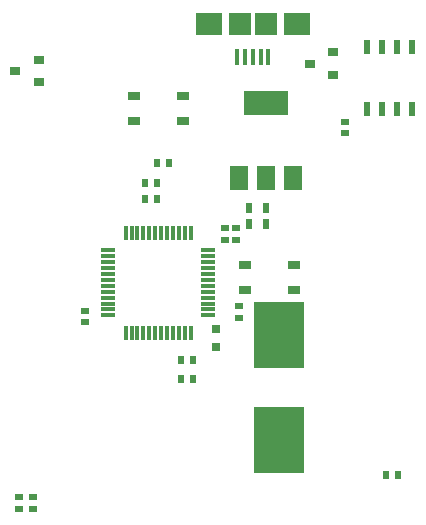
<source format=gtp>
G04 (created by PCBNEW (25-Oct-2014 BZR 4029)-stable) date Sun 04 Oct 2015 01:48:44 PM EDT*
%MOIN*%
G04 Gerber Fmt 3.4, Leading zero omitted, Abs format*
%FSLAX34Y34*%
G01*
G70*
G90*
G04 APERTURE LIST*
%ADD10C,0.00590551*%
%ADD11R,0.023622X0.0511811*%
%ADD12R,0.011811X0.0472441*%
%ADD13R,0.0472441X0.011811*%
%ADD14R,0.0413386X0.0255906*%
%ADD15R,0.0590551X0.0787402*%
%ADD16R,0.149606X0.0787402*%
%ADD17R,0.0748031X0.0748031*%
%ADD18R,0.0905512X0.0748031*%
%ADD19R,0.015748X0.0551181*%
%ADD20R,0.0354331X0.0314961*%
%ADD21R,0.0314961X0.0314961*%
%ADD22R,0.0275591X0.023622*%
%ADD23R,0.023622X0.0275591*%
%ADD24R,0.023622X0.0354331*%
%ADD25R,0.169213X0.220394*%
%ADD26R,0.169291X0.220472*%
G04 APERTURE END LIST*
G54D10*
G54D11*
X82218Y-40846D03*
X82718Y-40846D03*
X81718Y-40846D03*
X81218Y-40846D03*
X81218Y-42933D03*
X81718Y-42933D03*
X82218Y-42933D03*
X82718Y-42933D03*
G54D12*
X75326Y-47051D03*
X75129Y-47051D03*
X74933Y-47051D03*
X74736Y-47051D03*
X74539Y-47051D03*
X74342Y-47051D03*
X74145Y-47051D03*
X73948Y-47051D03*
X73751Y-47051D03*
X73555Y-47051D03*
X73358Y-47051D03*
X73161Y-47051D03*
X73161Y-50397D03*
X73358Y-50397D03*
X73555Y-50397D03*
X73751Y-50397D03*
X73948Y-50397D03*
X74145Y-50397D03*
X74342Y-50397D03*
X74539Y-50397D03*
X74736Y-50397D03*
X74933Y-50397D03*
X75129Y-50397D03*
X75326Y-50397D03*
G54D13*
X72570Y-47641D03*
X72570Y-47838D03*
X72570Y-48035D03*
X72570Y-48232D03*
X72570Y-48429D03*
X72570Y-48625D03*
X72570Y-48822D03*
X72570Y-49019D03*
X72570Y-49216D03*
X72570Y-49413D03*
X72570Y-49610D03*
X72570Y-49807D03*
X75917Y-49807D03*
X75917Y-49610D03*
X75917Y-49413D03*
X75917Y-49216D03*
X75917Y-49019D03*
X75917Y-48822D03*
X75917Y-48625D03*
X75917Y-48429D03*
X75917Y-48232D03*
X75917Y-48035D03*
X75917Y-47838D03*
X75917Y-47641D03*
G54D14*
X73435Y-43336D03*
X73435Y-42490D03*
X75068Y-43336D03*
X75068Y-42490D03*
X78769Y-48120D03*
X78769Y-48966D03*
X77135Y-48120D03*
X77135Y-48966D03*
G54D15*
X76929Y-45216D03*
X77834Y-45216D03*
X78740Y-45216D03*
G54D16*
X77834Y-42736D03*
G54D17*
X77834Y-40078D03*
X76968Y-40078D03*
G54D18*
X78877Y-40078D03*
X75925Y-40078D03*
G54D19*
X77401Y-41200D03*
X77657Y-41200D03*
X77913Y-41200D03*
X77145Y-41200D03*
X76889Y-41200D03*
G54D20*
X79291Y-41417D03*
X80078Y-41043D03*
X80078Y-41791D03*
X69488Y-41653D03*
X70275Y-41279D03*
X70275Y-42027D03*
G54D21*
X76181Y-50255D03*
X76181Y-50846D03*
G54D22*
X70078Y-56259D03*
X70078Y-55866D03*
X69606Y-56259D03*
X69606Y-55866D03*
X76929Y-49488D03*
X76929Y-49881D03*
G54D23*
X75000Y-51929D03*
X75393Y-51929D03*
X75000Y-51299D03*
X75393Y-51299D03*
G54D22*
X71811Y-49645D03*
X71811Y-50039D03*
G54D23*
X73818Y-45944D03*
X74212Y-45944D03*
X73818Y-45393D03*
X74212Y-45393D03*
X74606Y-44724D03*
X74212Y-44724D03*
G54D22*
X76850Y-46889D03*
X76850Y-47283D03*
X76456Y-46889D03*
X76456Y-47283D03*
G54D23*
X81850Y-55118D03*
X82244Y-55118D03*
G54D22*
X80472Y-43346D03*
X80472Y-43740D03*
G54D24*
X77854Y-46220D03*
X77263Y-46220D03*
X77854Y-46771D03*
X77263Y-46771D03*
G54D25*
X78267Y-53956D03*
G54D26*
X78267Y-50452D03*
M02*

</source>
